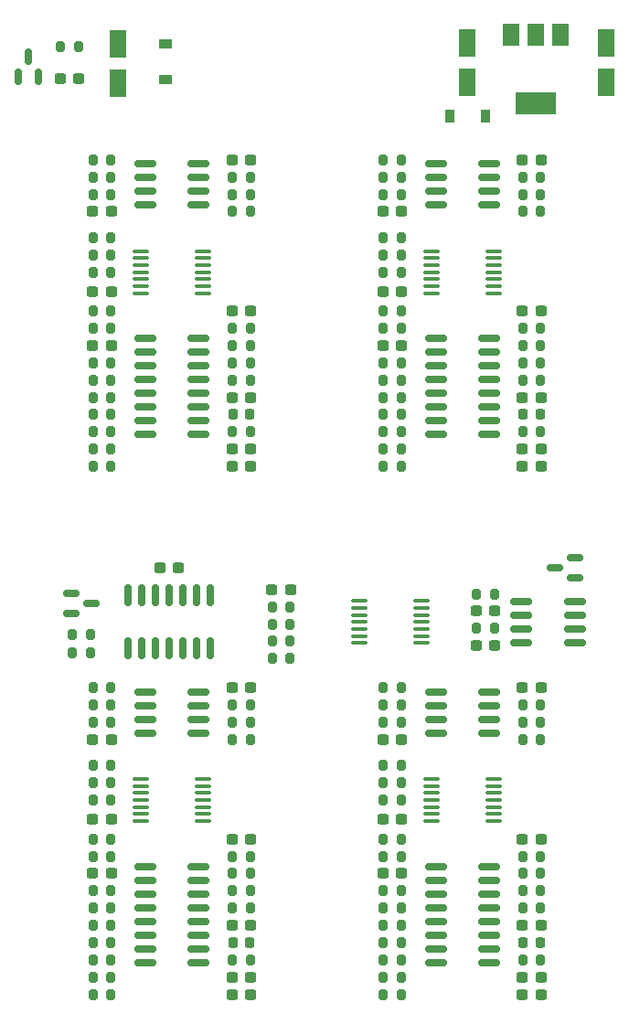
<source format=gbr>
%TF.GenerationSoftware,KiCad,Pcbnew,(6.0.11)*%
%TF.CreationDate,2023-05-28T11:22:07+01:00*%
%TF.ProjectId,Quadraphone,51756164-7261-4706-986f-6e652e6b6963,rev?*%
%TF.SameCoordinates,Original*%
%TF.FileFunction,Paste,Top*%
%TF.FilePolarity,Positive*%
%FSLAX46Y46*%
G04 Gerber Fmt 4.6, Leading zero omitted, Abs format (unit mm)*
G04 Created by KiCad (PCBNEW (6.0.11)) date 2023-05-28 11:22:07*
%MOMM*%
%LPD*%
G01*
G04 APERTURE LIST*
G04 Aperture macros list*
%AMRoundRect*
0 Rectangle with rounded corners*
0 $1 Rounding radius*
0 $2 $3 $4 $5 $6 $7 $8 $9 X,Y pos of 4 corners*
0 Add a 4 corners polygon primitive as box body*
4,1,4,$2,$3,$4,$5,$6,$7,$8,$9,$2,$3,0*
0 Add four circle primitives for the rounded corners*
1,1,$1+$1,$2,$3*
1,1,$1+$1,$4,$5*
1,1,$1+$1,$6,$7*
1,1,$1+$1,$8,$9*
0 Add four rect primitives between the rounded corners*
20,1,$1+$1,$2,$3,$4,$5,0*
20,1,$1+$1,$4,$5,$6,$7,0*
20,1,$1+$1,$6,$7,$8,$9,0*
20,1,$1+$1,$8,$9,$2,$3,0*%
G04 Aperture macros list end*
%ADD10RoundRect,0.237500X0.300000X0.237500X-0.300000X0.237500X-0.300000X-0.237500X0.300000X-0.237500X0*%
%ADD11RoundRect,0.218750X-0.218750X-0.256250X0.218750X-0.256250X0.218750X0.256250X-0.218750X0.256250X0*%
%ADD12RoundRect,0.200000X-0.200000X-0.275000X0.200000X-0.275000X0.200000X0.275000X-0.200000X0.275000X0*%
%ADD13RoundRect,0.237500X-0.300000X-0.237500X0.300000X-0.237500X0.300000X0.237500X-0.300000X0.237500X0*%
%ADD14RoundRect,0.200000X0.200000X0.275000X-0.200000X0.275000X-0.200000X-0.275000X0.200000X-0.275000X0*%
%ADD15RoundRect,0.150000X0.825000X0.150000X-0.825000X0.150000X-0.825000X-0.150000X0.825000X-0.150000X0*%
%ADD16RoundRect,0.150000X0.587500X0.150000X-0.587500X0.150000X-0.587500X-0.150000X0.587500X-0.150000X0*%
%ADD17RoundRect,0.150000X-0.150000X0.825000X-0.150000X-0.825000X0.150000X-0.825000X0.150000X0.825000X0*%
%ADD18RoundRect,0.100000X0.637500X0.100000X-0.637500X0.100000X-0.637500X-0.100000X0.637500X-0.100000X0*%
%ADD19RoundRect,0.250000X0.550000X-1.050000X0.550000X1.050000X-0.550000X1.050000X-0.550000X-1.050000X0*%
%ADD20RoundRect,0.150000X-0.587500X-0.150000X0.587500X-0.150000X0.587500X0.150000X-0.587500X0.150000X0*%
%ADD21R,1.200000X0.900000*%
%ADD22R,0.900000X1.200000*%
%ADD23RoundRect,0.150000X-0.825000X-0.150000X0.825000X-0.150000X0.825000X0.150000X-0.825000X0.150000X0*%
%ADD24RoundRect,0.150000X0.150000X-0.587500X0.150000X0.587500X-0.150000X0.587500X-0.150000X-0.587500X0*%
%ADD25R,1.500000X2.000000*%
%ADD26R,3.800000X2.000000*%
G04 APERTURE END LIST*
D10*
%TO.C,C40*%
X87362500Y-117400000D03*
X85637500Y-117400000D03*
%TD*%
D11*
%TO.C,D3*%
X71712500Y-87300000D03*
X73287500Y-87300000D03*
%TD*%
D12*
%TO.C,R2*%
X75375000Y-106700000D03*
X77025000Y-106700000D03*
%TD*%
D10*
%TO.C,C31*%
X73362500Y-141000000D03*
X71637500Y-141000000D03*
%TD*%
%TO.C,C4*%
X73362500Y-77700000D03*
X71637500Y-77700000D03*
%TD*%
D13*
%TO.C,C16*%
X98537500Y-85700000D03*
X100262500Y-85700000D03*
%TD*%
D14*
%TO.C,R82*%
X60425000Y-131400000D03*
X58775000Y-131400000D03*
%TD*%
D12*
%TO.C,R8*%
X71675000Y-82500000D03*
X73325000Y-82500000D03*
%TD*%
D14*
%TO.C,R95*%
X60425000Y-119800000D03*
X58775000Y-119800000D03*
%TD*%
%TO.C,R43*%
X87325000Y-92100000D03*
X85675000Y-92100000D03*
%TD*%
%TO.C,R4*%
X95925000Y-107100000D03*
X94275000Y-107100000D03*
%TD*%
%TO.C,R13*%
X87325000Y-128200000D03*
X85675000Y-128200000D03*
%TD*%
D15*
%TO.C,U18*%
X95475000Y-116805000D03*
X95475000Y-115535000D03*
X95475000Y-114265000D03*
X95475000Y-112995000D03*
X90525000Y-112995000D03*
X90525000Y-114265000D03*
X90525000Y-115535000D03*
X90525000Y-116805000D03*
%TD*%
D16*
%TO.C,U14*%
X103437500Y-102450000D03*
X103437500Y-100550000D03*
X101562500Y-101500000D03*
%TD*%
D10*
%TO.C,C9*%
X77062500Y-103500000D03*
X75337500Y-103500000D03*
%TD*%
D17*
%TO.C,U5*%
X69610000Y-104025000D03*
X68340000Y-104025000D03*
X67070000Y-104025000D03*
X65800000Y-104025000D03*
X64530000Y-104025000D03*
X63260000Y-104025000D03*
X61990000Y-104025000D03*
X61990000Y-108975000D03*
X63260000Y-108975000D03*
X64530000Y-108975000D03*
X65800000Y-108975000D03*
X67070000Y-108975000D03*
X68340000Y-108975000D03*
X69610000Y-108975000D03*
%TD*%
D15*
%TO.C,U3*%
X103375000Y-108405000D03*
X103375000Y-107135000D03*
X103375000Y-105865000D03*
X103375000Y-104595000D03*
X98425000Y-104595000D03*
X98425000Y-105865000D03*
X98425000Y-107135000D03*
X98425000Y-108405000D03*
%TD*%
D12*
%TO.C,R39*%
X85675000Y-85700000D03*
X87325000Y-85700000D03*
%TD*%
%TO.C,R22*%
X58775000Y-88900000D03*
X60425000Y-88900000D03*
%TD*%
%TO.C,R64*%
X85675000Y-137800000D03*
X87325000Y-137800000D03*
%TD*%
D10*
%TO.C,C33*%
X60462500Y-75900000D03*
X58737500Y-75900000D03*
%TD*%
D14*
%TO.C,R9*%
X73325000Y-88900000D03*
X71675000Y-88900000D03*
%TD*%
D12*
%TO.C,R44*%
X98575000Y-66900000D03*
X100225000Y-66900000D03*
%TD*%
D14*
%TO.C,R11*%
X60425000Y-72500000D03*
X58775000Y-72500000D03*
%TD*%
D11*
%TO.C,D5*%
X98612500Y-136200000D03*
X100187500Y-136200000D03*
%TD*%
D18*
%TO.C,U15*%
X68962500Y-124950000D03*
X68962500Y-124300000D03*
X68962500Y-123650000D03*
X68962500Y-123000000D03*
X68962500Y-122350000D03*
X68962500Y-121700000D03*
X68962500Y-121050000D03*
X63237500Y-121050000D03*
X63237500Y-121700000D03*
X63237500Y-122350000D03*
X63237500Y-123000000D03*
X63237500Y-123650000D03*
X63237500Y-124300000D03*
X63237500Y-124950000D03*
%TD*%
D12*
%TO.C,R21*%
X58775000Y-63700000D03*
X60425000Y-63700000D03*
%TD*%
D19*
%TO.C,C11*%
X93400000Y-56500000D03*
X93400000Y-52900000D03*
%TD*%
D12*
%TO.C,R29*%
X58775000Y-65300000D03*
X60425000Y-65300000D03*
%TD*%
%TO.C,R91*%
X71675000Y-117400000D03*
X73325000Y-117400000D03*
%TD*%
D13*
%TO.C,C22*%
X98537500Y-134600000D03*
X100262500Y-134600000D03*
%TD*%
D14*
%TO.C,R77*%
X60425000Y-121400000D03*
X58775000Y-121400000D03*
%TD*%
D12*
%TO.C,R34*%
X85675000Y-87300000D03*
X87325000Y-87300000D03*
%TD*%
%TO.C,R18*%
X58775000Y-87300000D03*
X60425000Y-87300000D03*
%TD*%
%TO.C,R92*%
X58775000Y-112600000D03*
X60425000Y-112600000D03*
%TD*%
D15*
%TO.C,U13*%
X95475000Y-67905000D03*
X95475000Y-66635000D03*
X95475000Y-65365000D03*
X95475000Y-64095000D03*
X90525000Y-64095000D03*
X90525000Y-65365000D03*
X90525000Y-66635000D03*
X90525000Y-67905000D03*
%TD*%
D10*
%TO.C,C35*%
X87362500Y-75900000D03*
X85637500Y-75900000D03*
%TD*%
D13*
%TO.C,C24*%
X98537500Y-112600000D03*
X100262500Y-112600000D03*
%TD*%
D12*
%TO.C,R7*%
X94275000Y-103900000D03*
X95925000Y-103900000D03*
%TD*%
D14*
%TO.C,R35*%
X87325000Y-77700000D03*
X85675000Y-77700000D03*
%TD*%
D10*
%TO.C,C29*%
X73362500Y-139400000D03*
X71637500Y-139400000D03*
%TD*%
%TO.C,C19*%
X100262500Y-92100000D03*
X98537500Y-92100000D03*
%TD*%
D12*
%TO.C,R73*%
X98575000Y-114200000D03*
X100225000Y-114200000D03*
%TD*%
D15*
%TO.C,U16*%
X68575000Y-116805000D03*
X68575000Y-115535000D03*
X68575000Y-114265000D03*
X68575000Y-112995000D03*
X63625000Y-112995000D03*
X63625000Y-114265000D03*
X63625000Y-115535000D03*
X63625000Y-116805000D03*
%TD*%
D14*
%TO.C,R31*%
X87325000Y-72500000D03*
X85675000Y-72500000D03*
%TD*%
%TO.C,R75*%
X100225000Y-129800000D03*
X98575000Y-129800000D03*
%TD*%
%TO.C,R94*%
X60425000Y-139400000D03*
X58775000Y-139400000D03*
%TD*%
%TO.C,R76*%
X100225000Y-133000000D03*
X98575000Y-133000000D03*
%TD*%
D10*
%TO.C,C6*%
X73362500Y-90500000D03*
X71637500Y-90500000D03*
%TD*%
D14*
%TO.C,R24*%
X73325000Y-80900000D03*
X71675000Y-80900000D03*
%TD*%
D12*
%TO.C,R32*%
X85675000Y-84100000D03*
X87325000Y-84100000D03*
%TD*%
D14*
%TO.C,R63*%
X87325000Y-123000000D03*
X85675000Y-123000000D03*
%TD*%
D13*
%TO.C,C26*%
X58737500Y-129800000D03*
X60462500Y-129800000D03*
%TD*%
D10*
%TO.C,C25*%
X100262500Y-141000000D03*
X98537500Y-141000000D03*
%TD*%
D12*
%TO.C,R74*%
X85675000Y-114200000D03*
X87325000Y-114200000D03*
%TD*%
D18*
%TO.C,U11*%
X95862500Y-124950000D03*
X95862500Y-124300000D03*
X95862500Y-123650000D03*
X95862500Y-123000000D03*
X95862500Y-122350000D03*
X95862500Y-121700000D03*
X95862500Y-121050000D03*
X90137500Y-121050000D03*
X90137500Y-121700000D03*
X90137500Y-122350000D03*
X90137500Y-123000000D03*
X90137500Y-123650000D03*
X90137500Y-124300000D03*
X90137500Y-124950000D03*
%TD*%
D14*
%TO.C,R66*%
X87325000Y-141000000D03*
X85675000Y-141000000D03*
%TD*%
%TO.C,R89*%
X60425000Y-141000000D03*
X58775000Y-141000000D03*
%TD*%
D10*
%TO.C,C27*%
X73362500Y-126600000D03*
X71637500Y-126600000D03*
%TD*%
D12*
%TO.C,R68*%
X98575000Y-117400000D03*
X100225000Y-117400000D03*
%TD*%
%TO.C,R90*%
X71675000Y-115800000D03*
X73325000Y-115800000D03*
%TD*%
%TO.C,R17*%
X58775000Y-85700000D03*
X60425000Y-85700000D03*
%TD*%
D19*
%TO.C,C12*%
X61100000Y-56600000D03*
X61100000Y-53000000D03*
%TD*%
D12*
%TO.C,R87*%
X58775000Y-137800000D03*
X60425000Y-137800000D03*
%TD*%
D10*
%TO.C,C36*%
X87362500Y-68500000D03*
X85637500Y-68500000D03*
%TD*%
%TO.C,C15*%
X100262500Y-77700000D03*
X98537500Y-77700000D03*
%TD*%
D12*
%TO.C,R62*%
X85675000Y-134600000D03*
X87325000Y-134600000D03*
%TD*%
D10*
%TO.C,C21*%
X100262500Y-126600000D03*
X98537500Y-126600000D03*
%TD*%
D14*
%TO.C,R52*%
X100225000Y-80900000D03*
X98575000Y-80900000D03*
%TD*%
%TO.C,R23*%
X60425000Y-92100000D03*
X58775000Y-92100000D03*
%TD*%
D10*
%TO.C,C1*%
X95962500Y-108700000D03*
X94237500Y-108700000D03*
%TD*%
%TO.C,C8*%
X73362500Y-92100000D03*
X71637500Y-92100000D03*
%TD*%
%TO.C,C39*%
X87362500Y-124800000D03*
X85637500Y-124800000D03*
%TD*%
D14*
%TO.C,R47*%
X87325000Y-66900000D03*
X85675000Y-66900000D03*
%TD*%
D20*
%TO.C,Q1*%
X56762500Y-103850000D03*
X56762500Y-105750000D03*
X58637500Y-104800000D03*
%TD*%
D21*
%TO.C,D2*%
X65500000Y-56250000D03*
X65500000Y-52950000D03*
%TD*%
D12*
%TO.C,R38*%
X98575000Y-82500000D03*
X100225000Y-82500000D03*
%TD*%
D18*
%TO.C,U7*%
X95862500Y-76050000D03*
X95862500Y-75400000D03*
X95862500Y-74750000D03*
X95862500Y-74100000D03*
X95862500Y-73450000D03*
X95862500Y-72800000D03*
X95862500Y-72150000D03*
X90137500Y-72150000D03*
X90137500Y-72800000D03*
X90137500Y-73450000D03*
X90137500Y-74100000D03*
X90137500Y-74750000D03*
X90137500Y-75400000D03*
X90137500Y-76050000D03*
%TD*%
D14*
%TO.C,R100*%
X57425000Y-53200000D03*
X55775000Y-53200000D03*
%TD*%
D12*
%TO.C,R19*%
X71675000Y-66900000D03*
X73325000Y-66900000D03*
%TD*%
D13*
%TO.C,C41*%
X71637500Y-63700000D03*
X73362500Y-63700000D03*
%TD*%
D10*
%TO.C,C34*%
X60462500Y-68500000D03*
X58737500Y-68500000D03*
%TD*%
D11*
%TO.C,D4*%
X98612500Y-87300000D03*
X100187500Y-87300000D03*
%TD*%
D12*
%TO.C,R37*%
X58775000Y-84100000D03*
X60425000Y-84100000D03*
%TD*%
D14*
%TO.C,R60*%
X87325000Y-79300000D03*
X85675000Y-79300000D03*
%TD*%
D12*
%TO.C,R67*%
X98575000Y-115800000D03*
X100225000Y-115800000D03*
%TD*%
%TO.C,R45*%
X98575000Y-68500000D03*
X100225000Y-68500000D03*
%TD*%
D13*
%TO.C,C13*%
X58737500Y-80900000D03*
X60462500Y-80900000D03*
%TD*%
%TO.C,C10*%
X55737500Y-56200000D03*
X57462500Y-56200000D03*
%TD*%
D12*
%TO.C,R56*%
X98575000Y-128200000D03*
X100225000Y-128200000D03*
%TD*%
D14*
%TO.C,R25*%
X60425000Y-79300000D03*
X58775000Y-79300000D03*
%TD*%
%TO.C,R83*%
X60425000Y-128200000D03*
X58775000Y-128200000D03*
%TD*%
%TO.C,R88*%
X73325000Y-137800000D03*
X71675000Y-137800000D03*
%TD*%
%TO.C,R12*%
X60425000Y-77700000D03*
X58775000Y-77700000D03*
%TD*%
D12*
%TO.C,R10*%
X71675000Y-79300000D03*
X73325000Y-79300000D03*
%TD*%
D13*
%TO.C,C30*%
X71637500Y-112600000D03*
X73362500Y-112600000D03*
%TD*%
D12*
%TO.C,R69*%
X85675000Y-112600000D03*
X87325000Y-112600000D03*
%TD*%
D14*
%TO.C,R81*%
X60425000Y-126600000D03*
X58775000Y-126600000D03*
%TD*%
D12*
%TO.C,R61*%
X98575000Y-131400000D03*
X100225000Y-131400000D03*
%TD*%
D11*
%TO.C,D6*%
X71712500Y-136200000D03*
X73287500Y-136200000D03*
%TD*%
D12*
%TO.C,R79*%
X71675000Y-128200000D03*
X73325000Y-128200000D03*
%TD*%
%TO.C,R46*%
X85675000Y-63700000D03*
X87325000Y-63700000D03*
%TD*%
D22*
%TO.C,D1*%
X95118750Y-59700000D03*
X91818750Y-59700000D03*
%TD*%
D14*
%TO.C,R36*%
X87325000Y-82500000D03*
X85675000Y-82500000D03*
%TD*%
%TO.C,R98*%
X73325000Y-131400000D03*
X71675000Y-131400000D03*
%TD*%
D23*
%TO.C,U22*%
X63625000Y-129155000D03*
X63625000Y-130425000D03*
X63625000Y-131695000D03*
X63625000Y-132965000D03*
X63625000Y-134235000D03*
X63625000Y-135505000D03*
X63625000Y-136775000D03*
X63625000Y-138045000D03*
X68575000Y-138045000D03*
X68575000Y-136775000D03*
X68575000Y-135505000D03*
X68575000Y-134235000D03*
X68575000Y-132965000D03*
X68575000Y-131695000D03*
X68575000Y-130425000D03*
X68575000Y-129155000D03*
%TD*%
D12*
%TO.C,R33*%
X98575000Y-79300000D03*
X100225000Y-79300000D03*
%TD*%
%TO.C,R41*%
X85675000Y-88900000D03*
X87325000Y-88900000D03*
%TD*%
D14*
%TO.C,R30*%
X73325000Y-84100000D03*
X71675000Y-84100000D03*
%TD*%
D23*
%TO.C,U17*%
X90525000Y-129155000D03*
X90525000Y-130425000D03*
X90525000Y-131695000D03*
X90525000Y-132965000D03*
X90525000Y-134235000D03*
X90525000Y-135505000D03*
X90525000Y-136775000D03*
X90525000Y-138045000D03*
X95475000Y-138045000D03*
X95475000Y-136775000D03*
X95475000Y-135505000D03*
X95475000Y-134235000D03*
X95475000Y-132965000D03*
X95475000Y-131695000D03*
X95475000Y-130425000D03*
X95475000Y-129155000D03*
%TD*%
D14*
%TO.C,R102*%
X58525000Y-107700000D03*
X56875000Y-107700000D03*
%TD*%
D12*
%TO.C,R84*%
X71675000Y-133000000D03*
X73325000Y-133000000D03*
%TD*%
D13*
%TO.C,C7*%
X94237500Y-105500000D03*
X95962500Y-105500000D03*
%TD*%
D14*
%TO.C,R48*%
X87325000Y-90500000D03*
X85675000Y-90500000D03*
%TD*%
D12*
%TO.C,R20*%
X71675000Y-68500000D03*
X73325000Y-68500000D03*
%TD*%
%TO.C,R50*%
X98575000Y-65300000D03*
X100225000Y-65300000D03*
%TD*%
%TO.C,R55*%
X85675000Y-133000000D03*
X87325000Y-133000000D03*
%TD*%
D10*
%TO.C,C17*%
X100262500Y-90500000D03*
X98537500Y-90500000D03*
%TD*%
%TO.C,C32*%
X66662500Y-101500000D03*
X64937500Y-101500000D03*
%TD*%
D24*
%TO.C,U4*%
X51850000Y-56037500D03*
X53750000Y-56037500D03*
X52800000Y-54162500D03*
%TD*%
D13*
%TO.C,C18*%
X98537500Y-63700000D03*
X100262500Y-63700000D03*
%TD*%
D10*
%TO.C,C37*%
X60462500Y-124800000D03*
X58737500Y-124800000D03*
%TD*%
D13*
%TO.C,C14*%
X85637500Y-80900000D03*
X87362500Y-80900000D03*
%TD*%
D12*
%TO.C,R85*%
X58775000Y-134600000D03*
X60425000Y-134600000D03*
%TD*%
D14*
%TO.C,R16*%
X60425000Y-90500000D03*
X58775000Y-90500000D03*
%TD*%
D19*
%TO.C,C3*%
X106268750Y-56500000D03*
X106268750Y-52900000D03*
%TD*%
D12*
%TO.C,R80*%
X58775000Y-136200000D03*
X60425000Y-136200000D03*
%TD*%
D14*
%TO.C,R72*%
X87325000Y-119800000D03*
X85675000Y-119800000D03*
%TD*%
%TO.C,R71*%
X87325000Y-139400000D03*
X85675000Y-139400000D03*
%TD*%
D10*
%TO.C,C23*%
X100262500Y-139400000D03*
X98537500Y-139400000D03*
%TD*%
D12*
%TO.C,R57*%
X85675000Y-136200000D03*
X87325000Y-136200000D03*
%TD*%
D18*
%TO.C,U6*%
X68962500Y-76050000D03*
X68962500Y-75400000D03*
X68962500Y-74750000D03*
X68962500Y-74100000D03*
X68962500Y-73450000D03*
X68962500Y-72800000D03*
X68962500Y-72150000D03*
X63237500Y-72150000D03*
X63237500Y-72800000D03*
X63237500Y-73450000D03*
X63237500Y-74100000D03*
X63237500Y-74750000D03*
X63237500Y-75400000D03*
X63237500Y-76050000D03*
%TD*%
D14*
%TO.C,R86*%
X60425000Y-123000000D03*
X58775000Y-123000000D03*
%TD*%
%TO.C,R99*%
X73325000Y-129800000D03*
X71675000Y-129800000D03*
%TD*%
%TO.C,R58*%
X87325000Y-126600000D03*
X85675000Y-126600000D03*
%TD*%
D18*
%TO.C,U8*%
X89162500Y-108450000D03*
X89162500Y-107800000D03*
X89162500Y-107150000D03*
X89162500Y-106500000D03*
X89162500Y-105850000D03*
X89162500Y-105200000D03*
X89162500Y-104550000D03*
X83437500Y-104550000D03*
X83437500Y-105200000D03*
X83437500Y-105850000D03*
X83437500Y-106500000D03*
X83437500Y-107150000D03*
X83437500Y-107800000D03*
X83437500Y-108450000D03*
%TD*%
D14*
%TO.C,R59*%
X87325000Y-131400000D03*
X85675000Y-131400000D03*
%TD*%
D15*
%TO.C,U10*%
X68575000Y-67905000D03*
X68575000Y-66635000D03*
X68575000Y-65365000D03*
X68575000Y-64095000D03*
X63625000Y-64095000D03*
X63625000Y-65365000D03*
X63625000Y-66635000D03*
X63625000Y-67905000D03*
%TD*%
D12*
%TO.C,R78*%
X58775000Y-133000000D03*
X60425000Y-133000000D03*
%TD*%
D13*
%TO.C,C5*%
X71637500Y-85700000D03*
X73362500Y-85700000D03*
%TD*%
D14*
%TO.C,R70*%
X87325000Y-115800000D03*
X85675000Y-115800000D03*
%TD*%
D13*
%TO.C,C20*%
X85637500Y-129800000D03*
X87362500Y-129800000D03*
%TD*%
D14*
%TO.C,R42*%
X100225000Y-88900000D03*
X98575000Y-88900000D03*
%TD*%
%TO.C,R54*%
X87325000Y-121400000D03*
X85675000Y-121400000D03*
%TD*%
%TO.C,R53*%
X100225000Y-84100000D03*
X98575000Y-84100000D03*
%TD*%
D23*
%TO.C,U9*%
X63625000Y-80255000D03*
X63625000Y-81525000D03*
X63625000Y-82795000D03*
X63625000Y-84065000D03*
X63625000Y-85335000D03*
X63625000Y-86605000D03*
X63625000Y-87875000D03*
X63625000Y-89145000D03*
X68575000Y-89145000D03*
X68575000Y-87875000D03*
X68575000Y-86605000D03*
X68575000Y-85335000D03*
X68575000Y-84065000D03*
X68575000Y-82795000D03*
X68575000Y-81525000D03*
X68575000Y-80255000D03*
%TD*%
D14*
%TO.C,R26*%
X60425000Y-66900000D03*
X58775000Y-66900000D03*
%TD*%
D12*
%TO.C,R51*%
X85675000Y-65300000D03*
X87325000Y-65300000D03*
%TD*%
D14*
%TO.C,R65*%
X100225000Y-137800000D03*
X98575000Y-137800000D03*
%TD*%
D13*
%TO.C,C28*%
X71637500Y-134600000D03*
X73362500Y-134600000D03*
%TD*%
D25*
%TO.C,U1*%
X102100000Y-52150000D03*
D26*
X99800000Y-58450000D03*
D25*
X99800000Y-52150000D03*
X97500000Y-52150000D03*
%TD*%
D12*
%TO.C,R28*%
X71675000Y-65300000D03*
X73325000Y-65300000D03*
%TD*%
D10*
%TO.C,C38*%
X60462500Y-117400000D03*
X58737500Y-117400000D03*
%TD*%
D12*
%TO.C,R1*%
X75375000Y-105100000D03*
X77025000Y-105100000D03*
%TD*%
D14*
%TO.C,R15*%
X60425000Y-74100000D03*
X58775000Y-74100000D03*
%TD*%
%TO.C,R40*%
X87325000Y-74100000D03*
X85675000Y-74100000D03*
%TD*%
%TO.C,R93*%
X60425000Y-115800000D03*
X58775000Y-115800000D03*
%TD*%
%TO.C,R27*%
X60425000Y-70900000D03*
X58775000Y-70900000D03*
%TD*%
D12*
%TO.C,R3*%
X75375000Y-108300000D03*
X77025000Y-108300000D03*
%TD*%
%TO.C,R97*%
X58775000Y-114200000D03*
X60425000Y-114200000D03*
%TD*%
D14*
%TO.C,R49*%
X87325000Y-70900000D03*
X85675000Y-70900000D03*
%TD*%
%TO.C,R14*%
X60425000Y-82500000D03*
X58775000Y-82500000D03*
%TD*%
D23*
%TO.C,U12*%
X90525000Y-80255000D03*
X90525000Y-81525000D03*
X90525000Y-82795000D03*
X90525000Y-84065000D03*
X90525000Y-85335000D03*
X90525000Y-86605000D03*
X90525000Y-87875000D03*
X90525000Y-89145000D03*
X95475000Y-89145000D03*
X95475000Y-87875000D03*
X95475000Y-86605000D03*
X95475000Y-85335000D03*
X95475000Y-84065000D03*
X95475000Y-82795000D03*
X95475000Y-81525000D03*
X95475000Y-80255000D03*
%TD*%
D14*
%TO.C,R101*%
X58525000Y-109400000D03*
X56875000Y-109400000D03*
%TD*%
D12*
%TO.C,R96*%
X71675000Y-114200000D03*
X73325000Y-114200000D03*
%TD*%
%TO.C,R6*%
X75375000Y-109900000D03*
X77025000Y-109900000D03*
%TD*%
M02*

</source>
